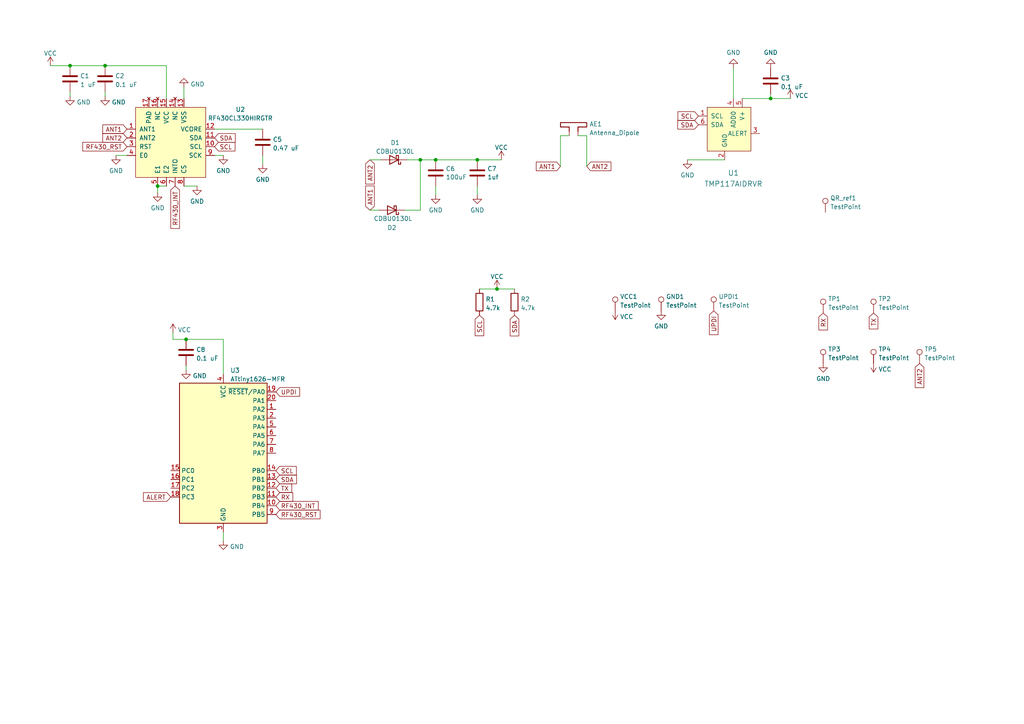
<source format=kicad_sch>
(kicad_sch (version 20231120) (generator "eeschema") (generator_version "8.0")
  (paper "A4")
  (lib_symbols
    (symbol "Connector:TestPoint" (pin_numbers hide) (pin_names (offset 0.762) hide)
      (property "Reference" "TP" (at 0 6.858 0))
      (property "Value" "TestPoint" (at 0 5.08 0))
      (symbol "TestPoint_0_1"
        (circle (center 0 3.302) (radius 0.762))
      )
      (symbol "TestPoint_1_1"
        (pin passive line (at 0 0 90) (length 2.54) (name "1") (number "1"))
      )
    )
    (symbol "Device:Antenna_Dipole" (pin_numbers hide) (pin_names (offset 1.016) hide)
      (property "Reference" "AE" (at 1.27 1.27 0))
      (property "Value" "Antenna_Dipole" (at 1.27 0 0))
      (symbol "Antenna_Dipole_0_1"
        (polyline (pts (xy 2.54 -3.81) (xy 2.54 -2.54) (xy 5.08 -2.54) (xy 5.08 -1.27) (xy -2.54 -1.27) (xy -2.54 -2.54) (xy 0 -2.54) (xy 0 -3.81)) (stroke (width 0.254)))
      )
      (symbol "Antenna_Dipole_1_1"
        (pin input line (at 0 -5.08 90) (length 2.54) (name "~") (number "1"))
        (pin input line (at 2.54 -5.08 90) (length 2.54) (name "~") (number "2"))
      )
    )
    (symbol "Device:C" (pin_numbers hide) (pin_names (offset 0.254))
      (property "Reference" "C" (at 0.635 2.54 0))
      (property "Value" "C" (at 0.635 -2.54 0))
      (symbol "C_0_1"
        (polyline (pts (xy -2.032 -0.762) (xy 2.032 -0.762)) (stroke (width 0.508)))
        (polyline (pts (xy -2.032 0.762) (xy 2.032 0.762)) (stroke (width 0.508)))
      )
      (symbol "C_1_1"
        (pin passive line (at 0 3.81 270) (length 2.794) (name "~") (number "1"))
        (pin passive line (at 0 -3.81 90) (length 2.794) (name "~") (number "2"))
      )
    )
    (symbol "Device:D_Schottky" (pin_numbers hide) (pin_names (offset 1.016) hide)
      (property "Reference" "D" (at 0 2.54 0))
      (property "Value" "D_Schottky" (at 0 -2.54 0))
      (symbol "D_Schottky_0_1"
        (polyline (pts (xy 1.27 0) (xy -1.27 0)))
        (polyline (pts (xy 1.27 1.27) (xy 1.27 -1.27) (xy -1.27 0) (xy 1.27 1.27)) (stroke (width 0.254)))
        (polyline (pts (xy -1.905 0.635) (xy -1.905 1.27) (xy -1.27 1.27) (xy -1.27 -1.27) (xy -0.635 -1.27) (xy -0.635 -0.635)) (stroke (width 0.254)))
      )
      (symbol "D_Schottky_1_1"
        (pin passive line (at -3.81 0 0) (length 2.54) (name "K") (number "1"))
        (pin passive line (at 3.81 0 180) (length 2.54) (name "A") (number "2"))
      )
    )
    (symbol "Device:R" (pin_numbers hide) (pin_names (offset 0))
      (property "Reference" "R" (at 2.032 0 90))
      (property "Value" "R" (at 0 0 90))
      (symbol "R_0_1"
        (rectangle (start -1.016 -2.54) (end 1.016 2.54) (stroke (width 0.254)))
      )
      (symbol "R_1_1"
        (pin passive line (at 0 3.81 270) (length 1.27) (name "~") (number "1"))
        (pin passive line (at 0 -3.81 90) (length 1.27) (name "~") (number "2"))
      )
    )
    (symbol "MCU_Microchip_ATtiny:ATtiny1626-M"
      (property "Reference" "U" (at -12.7 21.59 0))
      (property "Value" "ATtiny1626-M" (at 2.54 -21.59 0))
      (symbol "ATtiny1626-M_0_1"
        (rectangle (start -12.7 -20.32) (end 12.7 20.32) (stroke (width 0.254)) (fill (type background)))
      )
      (symbol "ATtiny1626-M_1_1"
        (pin bidirectional line (at 15.24 12.7 180) (length 2.54) (name "PA2") (number "1"))
        (pin bidirectional line (at 15.24 -15.24 180) (length 2.54) (name "PB4") (number "10"))
        (pin bidirectional line (at 15.24 -12.7 180) (length 2.54) (name "PB3") (number "11"))
        (pin bidirectional line (at 15.24 -10.16 180) (length 2.54) (name "PB2") (number "12"))
        (pin bidirectional line (at 15.24 -7.62 180) (length 2.54) (name "PB1") (number "13"))
        (pin bidirectional line (at 15.24 -5.08 180) (length 2.54) (name "PB0") (number "14"))
        (pin bidirectional line (at -15.24 -5.08 0) (length 2.54) (name "PC0") (number "15"))
        (pin bidirectional line (at -15.24 -7.62 0) (length 2.54) (name "PC1") (number "16"))
        (pin bidirectional line (at -15.24 -10.16 0) (length 2.54) (name "PC2") (number "17"))
        (pin bidirectional line (at -15.24 -12.7 0) (length 2.54) (name "PC3") (number "18"))
        (pin bidirectional line (at 15.24 17.78 180) (length 2.54) (name "~{RESET}/PA0") (number "19"))
        (pin bidirectional line (at 15.24 10.16 180) (length 2.54) (name "PA3") (number "2"))
        (pin bidirectional line (at 15.24 15.24 180) (length 2.54) (name "PA1") (number "20"))
        (pin passive line (at 0 -22.86 90) (length 2.54) hide (name "GND") (number "21"))
        (pin power_in line (at 0 -22.86 90) (length 2.54) (name "GND") (number "3"))
        (pin power_in line (at 0 22.86 270) (length 2.54) (name "VCC") (number "4"))
        (pin bidirectional line (at 15.24 7.62 180) (length 2.54) (name "PA4") (number "5"))
        (pin bidirectional line (at 15.24 5.08 180) (length 2.54) (name "PA5") (number "6"))
        (pin bidirectional line (at 15.24 2.54 180) (length 2.54) (name "PA6") (number "7"))
        (pin bidirectional line (at 15.24 0 180) (length 2.54) (name "PA7") (number "8"))
        (pin bidirectional line (at 15.24 -17.78 180) (length 2.54) (name "PB5") (number "9"))
      )
    )
    (symbol "dk_Temperature-Sensors-Analog-and-Digital-Output:TMP112AIDRLT" (pin_names (offset 1.016))
      (property "Reference" "U" (at -6.35 8.89 0))
      (property "Value" "TMP112AIDRLT" (at 0 -7.62 0))
      (symbol "TMP112AIDRLT_0_1"
        (rectangle (start -7.62 7.62) (end 5.08 -5.08) (fill (type background)))
      )
      (symbol "TMP112AIDRLT_1_1"
        (pin input line (at -10.16 5.08 0) (length 2.54) (name "SCL") (number "1"))
        (pin power_in line (at -2.54 -7.62 90) (length 2.54) (name "GND") (number "2"))
        (pin output line (at 7.62 0 180) (length 2.54) (name "ALERT") (number "3"))
        (pin power_in line (at 0 10.16 270) (length 2.54) (name "ADD0") (number "4"))
        (pin power_in line (at 2.54 10.16 270) (length 2.54) (name "V+") (number "5"))
        (pin bidirectional line (at -10.16 2.54 0) (length 2.54) (name "SDA") (number "6"))
      )
    )
    (symbol "power:GND" (power) (pin_names (offset 0))
      (property "Value" "GND" (at 0 -3.81 0))
      (symbol "GND_0_1"
        (polyline (pts (xy 0 0) (xy 0 -1.27) (xy 1.27 -1.27) (xy 0 -2.54) (xy -1.27 -1.27) (xy 0 -1.27)))
      )
      (symbol "GND_1_1"
        (pin power_in line (at 0 0 270) (length 0) hide (name "GND") (number "1"))
      )
    )
    (symbol "power:VCC" (power) (pin_names (offset 0))
      (property "Value" "VCC" (at 0 3.81 0))
      (symbol "VCC_0_1"
        (polyline (pts (xy -0.762 1.27) (xy 0 2.54)))
        (polyline (pts (xy 0 0) (xy 0 2.54)))
        (polyline (pts (xy 0 2.54) (xy 0.762 1.27)))
      )
      (symbol "VCC_1_1"
        (pin power_in line (at 0 0 90) (length 0) hide (name "VCC") (number "1"))
      )
    )
    (symbol "unsurv_offline_pcb_symbols:RF430CL330HIRGTR‎" (pin_names (offset 1.016))
      (property "Reference" "U" (at 10.16 15.24 0))
      (property "Value" "RF430CL330HIRGTR‎" (at 19.05 11.43 0))
      (symbol "RF430CL330HIRGTR‎_0_1"
        (rectangle (start 10.16 10.16) (end -10.16 -10.16) (fill (type background)))
      )
      (symbol "RF430CL330HIRGTR‎_1_1"
        (pin input line (at -12.7 3.81 0) (length 2.54) (name "ANT1") (number "1"))
        (pin input line (at 12.7 -1.27 180) (length 2.54) (name "SCL") (number "10"))
        (pin input line (at 12.7 1.27 180) (length 2.54) (name "SDA") (number "11"))
        (pin input line (at 12.7 3.81 180) (length 2.54) (name "VCORE") (number "12"))
        (pin input line (at 3.81 12.7 270) (length 2.54) (name "VSS") (number "13"))
        (pin no_connect line (at 1.27 12.7 270) (length 2.54) (name "NC") (number "14"))
        (pin input line (at -1.27 12.7 270) (length 2.54) (name "VCC") (number "15"))
        (pin no_connect line (at -3.81 12.7 270) (length 2.54) (name "NC") (number "16"))
        (pin no_connect line (at -6.35 12.7 270) (length 2.54) (name "PAD") (number "17"))
        (pin input line (at -12.7 1.27 0) (length 2.54) (name "ANT2") (number "2"))
        (pin input line (at -12.7 -1.27 0) (length 2.54) (name "RST") (number "3"))
        (pin input line (at -12.7 -3.81 0) (length 2.54) (name "E0") (number "4"))
        (pin input line (at -3.81 -12.7 90) (length 2.54) (name "E1") (number "5"))
        (pin input line (at -1.27 -12.7 90) (length 2.54) (name "E2") (number "6"))
        (pin input line (at 1.27 -12.7 90) (length 2.54) (name "INTO") (number "7"))
        (pin input line (at 3.81 -12.7 90) (length 2.54) (name "CS") (number "8"))
        (pin input line (at 12.7 -3.81 180) (length 2.54) (name "SCK") (number "9"))
      )
    )
  )
  (junction (at 126.365 46.355))
  (junction (at 144.145 83.82))
  (junction (at 223.52 28.575))
  (junction (at 20.32 19.05))
  (junction (at 121.92 46.355))
  (junction (at 53.975 98.425))
  (junction (at 45.72 53.975))
  (junction (at 30.48 19.05))
  (junction (at 138.43 46.355))
  (wire (pts (xy 20.32 26.67) (xy 20.32 27.94)))
  (wire (pts (xy 165.1 39.37) (xy 162.56 39.37)))
  (wire (pts (xy 138.43 53.975) (xy 138.43 56.515)))
  (wire (pts (xy 53.34 25.273) (xy 53.34 28.575)))
  (wire (pts (xy 139.065 83.82) (xy 144.145 83.82)))
  (wire (pts (xy 33.655 45.085) (xy 36.83 45.085)))
  (wire (pts (xy 162.56 39.37) (xy 162.56 48.26)))
  (wire (pts (xy 62.23 45.085) (xy 64.77 45.085)))
  (wire (pts (xy 30.48 19.05) (xy 48.26 19.05)))
  (wire (pts (xy 53.975 106.045) (xy 53.975 107.315)))
  (wire (pts (xy 212.725 19.685) (xy 212.725 28.575)))
  (wire (pts (xy 126.365 53.975) (xy 126.365 56.515)))
  (wire (pts (xy 20.32 19.05) (xy 30.48 19.05)))
  (wire (pts (xy 121.92 60.96) (xy 121.92 46.355)))
  (wire (pts (xy 53.975 98.425) (xy 64.77 98.425)))
  (wire (pts (xy 30.48 26.67) (xy 30.48 27.94)))
  (wire (pts (xy 121.92 46.355) (xy 126.365 46.355)))
  (wire (pts (xy 118.11 46.355) (xy 121.92 46.355)))
  (wire (pts (xy 223.52 27.305) (xy 223.52 28.575)))
  (wire (pts (xy 170.18 39.37) (xy 167.64 39.37)))
  (wire (pts (xy 48.26 19.05) (xy 48.26 28.575)))
  (wire (pts (xy 14.605 19.05) (xy 20.32 19.05)))
  (wire (pts (xy 64.77 98.425) (xy 64.77 108.585)))
  (wire (pts (xy 126.365 46.355) (xy 138.43 46.355)))
  (wire (pts (xy 138.43 46.355) (xy 145.415 46.355)))
  (wire (pts (xy 144.145 83.82) (xy 149.225 83.82)))
  (wire (pts (xy 107.315 46.355) (xy 110.49 46.355)))
  (wire (pts (xy 76.2 45.085) (xy 76.2 47.625)))
  (wire (pts (xy 50.165 96.52) (xy 50.165 98.425)))
  (wire (pts (xy 199.39 46.355) (xy 210.185 46.355)))
  (wire (pts (xy 62.23 37.465) (xy 76.2 37.465)))
  (wire (pts (xy 45.72 53.975) (xy 45.72 55.88)))
  (wire (pts (xy 107.315 60.96) (xy 109.855 60.96)))
  (wire (pts (xy 215.265 28.575) (xy 223.52 28.575)))
  (wire (pts (xy 170.18 39.37) (xy 170.18 48.26)))
  (wire (pts (xy 117.475 60.96) (xy 121.92 60.96)))
  (wire (pts (xy 50.165 98.425) (xy 53.975 98.425)))
  (wire (pts (xy 64.77 154.305) (xy 64.77 156.845)))
  (wire (pts (xy 45.72 53.975) (xy 48.26 53.975)))
  (wire (pts (xy 223.52 28.575) (xy 229.235 28.575)))
  (wire (pts (xy 53.34 53.975) (xy 57.15 53.975)))
  (global_label "UPDI" (shape input) (at 207.01 90.17 270) (property "Intersheetrefs" "${INTERSHEET_REFS}" (effects (hide yes))))
  (global_label "ANT2" (shape input) (at 266.7 105.41 270) (property "Intersheetrefs" "${INTERSHEET_REFS}" (effects (hide yes))))
  (global_label "ANT1" (shape input) (at 107.315 60.96 90) (property "Intersheetrefs" "${INTERSHEET_REFS}" (effects (hide yes))))
  (global_label "SCL" (shape input) (at 80.01 136.525 0) (property "Intersheetrefs" "${INTERSHEET_REFS}" (effects (hide yes))))
  (global_label "TX" (shape input) (at 80.01 141.605 0) (property "Intersheetrefs" "${INTERSHEET_REFS}" (effects (hide yes))))
  (global_label "TX" (shape input) (at 253.365 90.805 270) (property "Intersheetrefs" "${INTERSHEET_REFS}" (effects (hide yes))))
  (global_label "RF430_INT" (shape input) (at 50.8 53.975 270) (property "Intersheetrefs" "${INTERSHEET_REFS}" (effects (hide yes))))
  (global_label "SCL" (shape input) (at 62.23 42.545 0) (property "Intersheetrefs" "${INTERSHEET_REFS}" (effects (hide yes))))
  (global_label "RF430_INT" (shape input) (at 80.01 146.685 0) (property "Intersheetrefs" "${INTERSHEET_REFS}" (effects (hide yes))))
  (global_label "ALERT" (shape input) (at 49.53 144.145 180) (property "Intersheetrefs" "${INTERSHEET_REFS}" (effects (hide yes))))
  (global_label "UPDI" (shape input) (at 80.01 113.665 0) (property "Intersheetrefs" "${INTERSHEET_REFS}" (effects (hide yes))))
  (global_label "RF430_RST" (shape input) (at 36.83 42.545 180) (property "Intersheetrefs" "${INTERSHEET_REFS}" (effects (hide yes))))
  (global_label "SCL" (shape input) (at 202.565 33.655 180) (property "Intersheetrefs" "${INTERSHEET_REFS}" (effects (hide yes))))
  (global_label "RF430_RST" (shape input) (at 80.01 149.225 0) (property "Intersheetrefs" "${INTERSHEET_REFS}" (effects (hide yes))))
  (global_label "ANT2" (shape input) (at 36.83 40.005 180) (property "Intersheetrefs" "${INTERSHEET_REFS}" (effects (hide yes))))
  (global_label "RX" (shape input) (at 80.01 144.145 0) (property "Intersheetrefs" "${INTERSHEET_REFS}" (effects (hide yes))))
  (global_label "RX" (shape input) (at 238.76 90.805 270) (property "Intersheetrefs" "${INTERSHEET_REFS}" (effects (hide yes))))
  (global_label "SDA" (shape input) (at 149.225 91.44 270) (property "Intersheetrefs" "${INTERSHEET_REFS}" (effects (hide yes))))
  (global_label "ANT2" (shape input) (at 170.18 48.26 0) (property "Intersheetrefs" "${INTERSHEET_REFS}" (effects (hide yes))))
  (global_label "SDA" (shape input) (at 80.01 139.065 0) (property "Intersheetrefs" "${INTERSHEET_REFS}" (effects (hide yes))))
  (global_label "SDA" (shape input) (at 62.23 40.005 0) (property "Intersheetrefs" "${INTERSHEET_REFS}" (effects (hide yes))))
  (global_label "ANT1" (shape input) (at 162.56 48.26 180) (property "Intersheetrefs" "${INTERSHEET_REFS}" (effects (hide yes))))
  (global_label "SCL" (shape input) (at 139.065 91.44 270) (property "Intersheetrefs" "${INTERSHEET_REFS}" (effects (hide yes))))
  (global_label "ANT1" (shape input) (at 36.83 37.465 180) (property "Intersheetrefs" "${INTERSHEET_REFS}" (effects (hide yes))))
  (global_label "ANT2" (shape input) (at 107.315 46.355 270) (property "Intersheetrefs" "${INTERSHEET_REFS}" (effects (hide yes))))
  (global_label "SDA" (shape input) (at 202.565 36.195 180) (property "Intersheetrefs" "${INTERSHEET_REFS}" (effects (hide yes))))
  (symbol (lib_id "Device:C") (at 76.2 41.275 0) (unit 1)
    (property "Reference" "C5" (at 79.121 40.4403 0) (effects (justify left)))
    (property "Value" "0.47 uF" (at 79.121 42.9772 0) (effects (justify left)))
    (property "Footprint" "Capacitor_SMD:C_0603_1608Metric" (effects (hide yes)))
  )
  (symbol (lib_id "power:GND") (at 45.72 55.88 0) (unit 1)
    (property "Reference" "#PWR014" (effects (hide yes)))
    (property "Value" "GND" (at 45.72 60.3234 0))
  )
  (symbol (lib_id "unsurv_offline_pcb_symbols:RF430CL330HIRGTR‎") (at 49.53 41.275 0) (unit 1)
    (property "Reference" "U2" (at 69.7177 31.7585 0))
    (property "Value" "RF430CL330HIRGTR‎" (at 69.7177 34.2954 0))
    (property "Footprint" "unsurv_offline_pcb_footprints:RF430_3x3mm_regular_noBCu" (effects (hide yes)))
  )
  (symbol (lib_id "Connector:TestPoint") (at 207.01 90.17 0) (unit 1)
    (property "Reference" "UPDI1" (at 208.407 86.0333 0) (effects (justify left)))
    (property "Value" "TestPoint" (at 208.407 88.5702 0) (effects (justify left)))
    (property "Footprint" "TestPoint:TestPoint_Pad_D1.0mm" (effects (hide yes)))
  )
  (symbol (lib_id "power:VCC") (at 253.365 105.41 180) (unit 1)
    (property "Reference" "#PWR022" (effects (hide yes)))
    (property "Value" "VCC" (at 254.762 107.1138 0) (effects (justify right)))
  )
  (symbol (lib_id "Device:D_Schottky") (at 113.665 60.96 180) (unit 1)
    (property "Reference" "D2" (at 113.665 66.04 0))
    (property "Value" "CDBU0130L" (at 113.9825 63.3929 0))
    (property "Footprint" "Diode_SMD:D_0603_1608Metric" (effects (hide yes)))
  )
  (symbol (lib_id "Device:D_Schottky") (at 114.3 46.355 180) (unit 1)
    (property "Reference" "D1" (at 114.6175 41.3852 0))
    (property "Value" "CDBU0130L" (at 114.6175 43.9221 0))
    (property "Footprint" "Diode_SMD:D_0603_1608Metric" (effects (hide yes)))
  )
  (symbol (lib_id "Device:C") (at 20.32 22.86 0) (unit 1)
    (property "Reference" "C1" (at 23.241 22.0253 0) (effects (justify left)))
    (property "Value" "1 uF" (at 23.241 24.5622 0) (effects (justify left)))
    (property "Footprint" "Capacitor_SMD:C_0603_1608Metric" (effects (hide yes)))
  )
  (symbol (lib_id "Device:C") (at 126.365 50.165 0) (unit 1)
    (property "Reference" "C6" (at 129.286 48.9528 0) (effects (justify left)))
    (property "Value" "100uF" (at 129.286 51.3771 0) (effects (justify left)))
    (property "Footprint" "Capacitor_SMD:C_0603_1608Metric" (effects (hide yes)))
    (property "MPN" "298W107X0004M2T" (effects (hide yes)))
  )
  (symbol (lib_id "power:VCC") (at 229.235 28.575 0) (unit 1)
    (property "Reference" "#PWR07" (effects (hide yes)))
    (property "Value" "VCC" (at 230.632 27.7388 0) (effects (justify left)))
  )
  (symbol (lib_id "power:GND") (at 191.77 90.17 0) (unit 1)
    (property "Reference" "#PWR019" (effects (hide yes)))
    (property "Value" "GND" (at 191.77 94.6134 0))
  )
  (symbol (lib_id "Connector:TestPoint") (at 238.76 90.805 0) (unit 1)
    (property "Reference" "TP1" (at 240.157 86.6683 0) (effects (justify left)))
    (property "Value" "TestPoint" (at 240.157 89.2052 0) (effects (justify left)))
    (property "Footprint" "TestPoint:TestPoint_Pad_D1.0mm" (effects (hide yes)))
  )
  (symbol (lib_id "Device:R") (at 149.225 87.63 0) (unit 1)
    (property "Reference" "R2" (at 151.003 86.7953 0) (effects (justify left)))
    (property "Value" "4.7k" (at 151.003 89.3322 0) (effects (justify left)))
    (property "Footprint" "Resistor_SMD:R_0603_1608Metric" (effects (hide yes)))
  )
  (symbol (lib_id "power:VCC") (at 145.415 46.355 0) (unit 1)
    (property "Reference" "#PWR010" (effects (hide yes)))
    (property "Value" "VCC" (at 145.415 42.7792 0))
  )
  (symbol (lib_id "Connector:TestPoint") (at 238.76 105.41 0) (unit 1)
    (property "Reference" "TP3" (at 240.157 101.2733 0) (effects (justify left)))
    (property "Value" "TestPoint" (at 240.157 103.8102 0) (effects (justify left)))
    (property "Footprint" "TestPoint:TestPoint_Pad_D1.0mm" (effects (hide yes)))
  )
  (symbol (lib_id "Connector:TestPoint") (at 239.395 61.595 0) (unit 1)
    (property "Reference" "QR_ref1" (at 240.792 57.4583 0) (effects (justify left)))
    (property "Value" "TestPoint" (at 240.792 59.9952 0) (effects (justify left)))
    (property "Footprint" "unsurv_offline_pcb_footprints:QR_shop" (effects (hide yes)))
  )
  (symbol (lib_id "dk_Temperature-Sensors-Analog-and-Digital-Output:TMP112AIDRLT") (at 212.725 38.735 0) (unit 1)
    (property "Reference" "U1" (at 212.725 50.165 0) (effects (font (size 1.524 1.524))))
    (property "Value" "TMP117AIDRVR" (at 212.725 53.34 0) (effects (font (size 1.524 1.524))))
    (property "Footprint" "unsurv_offline_pcb_footprints:TMP117 WSON-6-1EP_2x2mm_P0.65mm_no_pad_paste" (effects (hide yes)))
    (property "Datasheet" "http://www.ti.com/general/docs/suppproductinfo.tsp?distId=10&gotoUrl=http%3A%2F%2Fwww.ti.com%2Flit%2Fgpn%2Ftmp112" (effects (hide yes)))
    (property "Description" "SENSOR DIGITAL -40C-125C SOT563" (effects (hide yes)))
    (property "Digi-Key_PN" "296-24621-1-ND" (effects (hide yes)))
    (property "MPN" "TMP117AIDRVR" (effects (hide yes)))
    (property "Category" "Sensors, Transducers" (effects (hide yes)))
    (property "Family" "Temperature Sensors - Analog and Digital Output" (effects (hide yes)))
    (property "DK_Datasheet_Link" "http://www.ti.com/general/docs/suppproductinfo.tsp?distId=10&gotoUrl=http%3A%2F%2Fwww.ti.com%2Flit%2Fgpn%2Ftmp112" (effects (hide yes)))
    (property "DK_Detail_Page" "/product-detail/en/texas-instruments/TMP112AIDRLT/296-24621-1-ND/2090130" (effects (hide yes)))
    (property "Manufacturer" "Texas Instruments" (effects (hide yes)))
    (property "Status" "Active" (effects (hide yes)))
  )
  (symbol (lib_id "power:GND") (at 223.52 19.685 180) (unit 1)
    (property "Reference" "#PWR03" (effects (hide yes)))
    (property "Value" "GND" (at 223.52 15.2416 0))
  )
  (symbol (lib_id "Connector:TestPoint") (at 191.77 90.17 0) (unit 1)
    (property "Reference" "GND1" (at 193.167 86.0333 0) (effects (justify left)))
    (property "Value" "TestPoint" (at 193.167 88.5702 0) (effects (justify left)))
    (property "Footprint" "TestPoint:TestPoint_Pad_D1.0mm" (effects (hide yes)))
  )
  (symbol (lib_id "power:VCC") (at 144.145 83.82 0) (unit 1)
    (property "Reference" "#PWR017" (effects (hide yes)))
    (property "Value" "VCC" (at 144.145 80.2442 0))
  )
  (symbol (lib_id "Connector:TestPoint") (at 266.7 105.41 0) (unit 1)
    (property "Reference" "TP5" (at 268.097 101.2733 0) (effects (justify left)))
    (property "Value" "TestPoint" (at 268.097 103.8102 0) (effects (justify left)))
    (property "Footprint" "TestPoint:TestPoint_Pad_D1.0mm" (effects (hide yes)))
  )
  (symbol (lib_id "Device:C") (at 223.52 23.495 180) (unit 1)
    (property "Reference" "C3" (at 226.441 22.6603 0) (effects (justify right)))
    (property "Value" "0.1 uF" (at 226.441 25.1972 0) (effects (justify right)))
    (property "Footprint" "Capacitor_SMD:C_0402_1005Metric" (effects (hide yes)))
  )
  (symbol (lib_id "power:GND") (at 53.34 25.273 180) (unit 1)
    (property "Reference" "#PWR04" (effects (hide yes)))
    (property "Value" "GND" (at 55.245 24.4368 0) (effects (justify right)))
  )
  (symbol (lib_id "power:GND") (at 64.77 45.085 0) (unit 1)
    (property "Reference" "#PWR09" (effects (hide yes)))
    (property "Value" "GND" (at 64.77 49.5284 0))
  )
  (symbol (lib_id "power:GND") (at 33.655 45.085 0) (unit 1)
    (property "Reference" "#PWR08" (effects (hide yes)))
    (property "Value" "GND" (at 33.655 49.5284 0))
  )
  (symbol (lib_id "Device:R") (at 139.065 87.63 0) (unit 1)
    (property "Reference" "R1" (at 140.843 86.7953 0) (effects (justify left)))
    (property "Value" "4.7k" (at 140.843 89.3322 0) (effects (justify left)))
    (property "Footprint" "Resistor_SMD:R_0603_1608Metric" (effects (hide yes)))
  )
  (symbol (lib_id "Connector:TestPoint") (at 178.435 90.17 0) (unit 1)
    (property "Reference" "VCC1" (at 179.832 86.0333 0) (effects (justify left)))
    (property "Value" "TestPoint" (at 179.832 88.5702 0) (effects (justify left)))
    (property "Footprint" "TestPoint:TestPoint_Pad_D1.0mm" (effects (hide yes)))
  )
  (symbol (lib_id "power:GND") (at 199.39 46.355 0) (unit 1)
    (property "Reference" "#PWR011" (effects (hide yes)))
    (property "Value" "GND" (at 199.39 50.7984 0))
  )
  (symbol (lib_id "Device:C") (at 53.975 102.235 0) (unit 1)
    (property "Reference" "C8" (at 56.896 101.4003 0) (effects (justify left)))
    (property "Value" "0.1 uF" (at 56.896 103.9372 0) (effects (justify left)))
    (property "Footprint" "Capacitor_SMD:C_0603_1608Metric" (effects (hide yes)))
  )
  (symbol (lib_id "power:GND") (at 76.2 47.625 0) (unit 1)
    (property "Reference" "#PWR012" (effects (hide yes)))
    (property "Value" "GND" (at 76.2 52.0684 0))
  )
  (symbol (lib_id "MCU_Microchip_ATtiny:ATtiny1626-M") (at 64.77 131.445 0) (unit 1)
    (property "Reference" "U3" (at 66.7894 107.4252 0) (effects (justify left)))
    (property "Value" "ATtiny1626-MFR" (at 66.7894 109.9621 0) (effects (justify left)))
    (property "Footprint" "unsurv_offline_pcb_footprints:VQFN-20-1EP_3x3mm_P0.4mm_EP1.7x1.7mm_edited" (effects (hide yes)))
    (property "Datasheet" "https://ww1.microchip.com/downloads/en/DeviceDoc/ATtiny1624-26-27-DataSheet-DS40002234A.pdf" (effects (hide yes)))
  )
  (symbol (lib_id "Connector:TestPoint") (at 253.365 90.805 0) (unit 1)
    (property "Reference" "TP2" (at 254.762 86.6683 0) (effects (justify left)))
    (property "Value" "TestPoint" (at 254.762 89.2052 0) (effects (justify left)))
    (property "Footprint" "TestPoint:TestPoint_Pad_D1.0mm" (effects (hide yes)))
  )
  (symbol (lib_id "power:GND") (at 138.43 56.515 0) (unit 1)
    (property "Reference" "#PWR016" (effects (hide yes)))
    (property "Value" "GND" (at 138.43 60.9584 0))
  )
  (symbol (lib_id "power:VCC") (at 178.435 90.17 180) (unit 1)
    (property "Reference" "#PWR018" (effects (hide yes)))
    (property "Value" "VCC" (at 179.832 91.8738 0) (effects (justify right)))
  )
  (symbol (lib_id "Device:Antenna_Dipole") (at 167.64 34.29 0) (mirror y) (unit 1)
    (property "Reference" "AE1" (at 170.942 35.9953 0) (effects (justify right)))
    (property "Value" "Antenna_Dipole" (at 170.942 38.5322 0) (effects (justify right)))
    (property "Footprint" "unsurv_offline_pcb_footprints:38x14_378uH" (effects (hide yes)))
  )
  (symbol (lib_id "power:GND") (at 238.76 105.41 0) (unit 1)
    (property "Reference" "#PWR021" (effects (hide yes)))
    (property "Value" "GND" (at 238.76 109.8534 0))
  )
  (symbol (lib_id "power:GND") (at 57.15 53.975 0) (unit 1)
    (property "Reference" "#PWR013" (effects (hide yes)))
    (property "Value" "GND" (at 57.15 58.4184 0))
  )
  (symbol (lib_id "power:GND") (at 126.365 56.515 0) (unit 1)
    (property "Reference" "#PWR015" (effects (hide yes)))
    (property "Value" "GND" (at 126.365 60.9584 0))
  )
  (symbol (lib_id "power:GND") (at 20.32 27.94 0) (unit 1)
    (property "Reference" "#PWR05" (effects (hide yes)))
    (property "Value" "GND" (at 22.225 29.6438 0) (effects (justify left)))
  )
  (symbol (lib_id "Device:C") (at 30.48 22.86 0) (unit 1)
    (property "Reference" "C2" (at 33.401 22.0253 0) (effects (justify left)))
    (property "Value" "0.1 uF" (at 33.401 24.5622 0) (effects (justify left)))
    (property "Footprint" "Capacitor_SMD:C_0603_1608Metric" (effects (hide yes)))
  )
  (symbol (lib_id "power:GND") (at 64.77 156.845 0) (unit 1)
    (property "Reference" "#PWR024" (effects (hide yes)))
    (property "Value" "GND" (at 66.675 158.5488 0) (effects (justify left)))
  )
  (symbol (lib_id "Device:C") (at 138.43 50.165 0) (unit 1)
    (property "Reference" "C7" (at 141.351 48.9528 0) (effects (justify left)))
    (property "Value" "1uf" (at 141.351 51.3771 0) (effects (justify left)))
    (property "Footprint" "Capacitor_SMD:C_0603_1608Metric" (effects (hide yes)))
  )
  (symbol (lib_id "power:GND") (at 30.48 27.94 0) (unit 1)
    (property "Reference" "#PWR06" (effects (hide yes)))
    (property "Value" "GND" (at 32.385 29.6438 0) (effects (justify left)))
  )
  (symbol (lib_id "power:GND") (at 53.975 107.315 0) (unit 1)
    (property "Reference" "#PWR023" (effects (hide yes)))
    (property "Value" "GND" (at 55.88 109.0188 0) (effects (justify left)))
  )
  (symbol (lib_id "Connector:TestPoint") (at 253.365 105.41 0) (unit 1)
    (property "Reference" "TP4" (at 254.762 101.2733 0) (effects (justify left)))
    (property "Value" "TestPoint" (at 254.762 103.8102 0) (effects (justify left)))
    (property "Footprint" "TestPoint:TestPoint_Pad_D1.0mm" (effects (hide yes)))
  )
  (symbol (lib_id "power:VCC") (at 50.165 96.52 0) (unit 1)
    (property "Reference" "#PWR020" (effects (hide yes)))
    (property "Value" "VCC" (at 51.562 95.6838 0) (effects (justify left)))
  )
  (symbol (lib_id "power:GND") (at 212.725 19.685 180) (unit 1)
    (property "Reference" "#PWR02" (effects (hide yes)))
    (property "Value" "GND" (at 212.725 15.2416 0))
  )
  (symbol (lib_id "power:VCC") (at 14.605 19.05 0) (unit 1)
    (property "Reference" "#PWR01" (effects (hide yes)))
    (property "Value" "VCC" (at 14.605 15.4742 0))
  )
)
</source>
